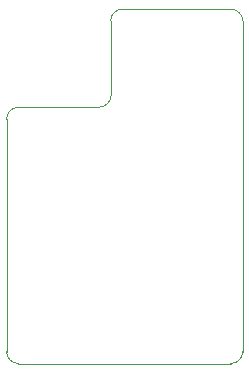
<source format=gbr>
%TF.GenerationSoftware,KiCad,Pcbnew,(6.0.7)*%
%TF.CreationDate,2023-08-04T14:01:42+02:00*%
%TF.ProjectId,SFH203_photodetector,53464832-3033-45f7-9068-6f746f646574,2.2.1*%
%TF.SameCoordinates,Original*%
%TF.FileFunction,Profile,NP*%
%FSLAX46Y46*%
G04 Gerber Fmt 4.6, Leading zero omitted, Abs format (unit mm)*
G04 Created by KiCad (PCBNEW (6.0.7)) date 2023-08-04 14:01:42*
%MOMM*%
%LPD*%
G01*
G04 APERTURE LIST*
%TA.AperFunction,Profile*%
%ADD10C,0.100000*%
%TD*%
G04 APERTURE END LIST*
D10*
X206000000Y-90000000D02*
X196807107Y-90000000D01*
X188000000Y-98307100D02*
G75*
G03*
X187000000Y-99307107I0J-1000000D01*
G01*
X187000000Y-99307107D02*
X187000000Y-118992893D01*
X194850000Y-98292900D02*
G75*
G03*
X195850000Y-97292893I0J1000000D01*
G01*
X188000000Y-98307107D02*
X194850000Y-98292893D01*
X207000000Y-119000000D02*
X207000000Y-91000000D01*
X195850000Y-97292893D02*
X195807107Y-91000000D01*
X186999975Y-118992893D02*
G75*
G03*
X188000000Y-120000000I1007125J-7D01*
G01*
X188000000Y-120000000D02*
X206000000Y-120000000D01*
X196807107Y-90000007D02*
G75*
G03*
X195807107Y-91000000I-7J-999993D01*
G01*
X207000000Y-91000000D02*
G75*
G03*
X206000000Y-90000000I-1000000J0D01*
G01*
X206000000Y-120000000D02*
G75*
G03*
X207000000Y-119000000I0J1000000D01*
G01*
M02*

</source>
